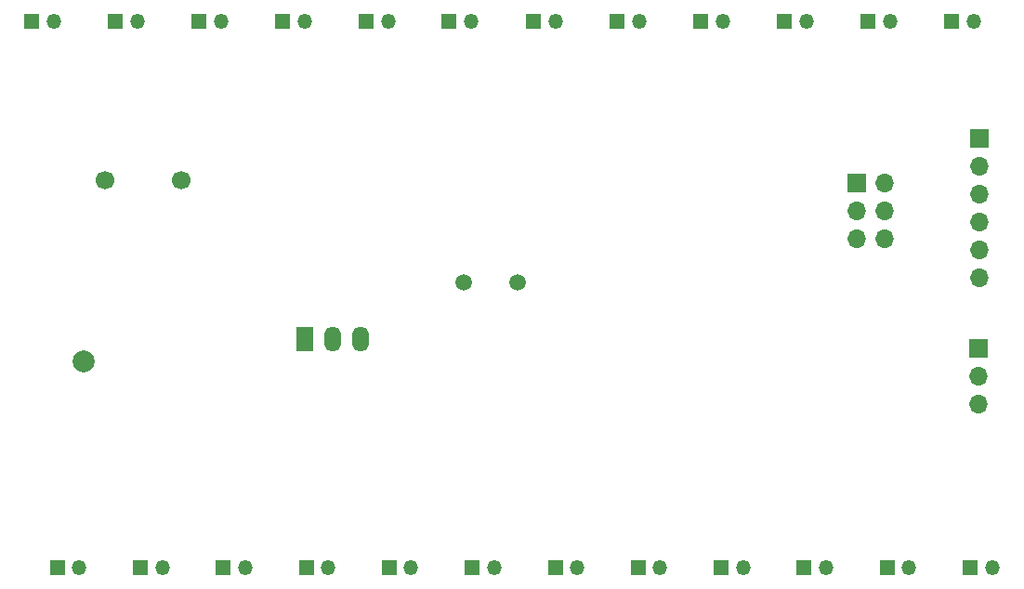
<source format=gbr>
G04 #@! TF.GenerationSoftware,KiCad,Pcbnew,5.1.5-52549c5~84~ubuntu18.04.1*
G04 #@! TF.CreationDate,2020-01-24T11:05:29-05:00*
G04 #@! TF.ProjectId,landfill_board_rev2,6c616e64-6669-46c6-9c5f-626f6172645f,rev?*
G04 #@! TF.SameCoordinates,Original*
G04 #@! TF.FileFunction,Soldermask,Bot*
G04 #@! TF.FilePolarity,Negative*
%FSLAX46Y46*%
G04 Gerber Fmt 4.6, Leading zero omitted, Abs format (unit mm)*
G04 Created by KiCad (PCBNEW 5.1.5-52549c5~84~ubuntu18.04.1) date 2020-01-24 11:05:29*
%MOMM*%
%LPD*%
G04 APERTURE LIST*
%ADD10R,1.700000X1.700000*%
%ADD11O,1.700000X1.700000*%
%ADD12R,1.350000X1.350000*%
%ADD13O,1.350000X1.350000*%
%ADD14C,2.000000*%
%ADD15R,1.500000X2.300000*%
%ADD16O,1.500000X2.300000*%
%ADD17C,1.700000*%
%ADD18C,1.500000*%
G04 APERTURE END LIST*
D10*
X137287000Y-131191000D03*
D11*
X137287000Y-133731000D03*
X137287000Y-136271000D03*
D12*
X53372000Y-151130000D03*
D13*
X55372000Y-151130000D03*
D12*
X60934272Y-151130000D03*
D13*
X62934272Y-151130000D03*
D12*
X68496544Y-151130000D03*
D13*
X70496544Y-151130000D03*
D12*
X76058816Y-151130000D03*
D13*
X78058816Y-151130000D03*
D12*
X83621088Y-151130000D03*
D13*
X85621088Y-151130000D03*
D12*
X91183360Y-151130000D03*
D13*
X93183360Y-151130000D03*
D12*
X98745632Y-151130000D03*
D13*
X100745632Y-151130000D03*
D10*
X137414000Y-112014000D03*
D11*
X137414000Y-114554000D03*
X137414000Y-117094000D03*
X137414000Y-119634000D03*
X137414000Y-122174000D03*
X137414000Y-124714000D03*
D13*
X108307904Y-151130000D03*
D12*
X106307904Y-151130000D03*
X113870176Y-151130000D03*
D13*
X115870176Y-151130000D03*
D12*
X121432448Y-151130000D03*
D13*
X123432448Y-151130000D03*
D12*
X128994720Y-151130000D03*
D13*
X130994720Y-151130000D03*
D12*
X136557000Y-151130000D03*
D13*
X138557000Y-151130000D03*
X53054000Y-101346000D03*
D12*
X51054000Y-101346000D03*
D13*
X60674000Y-101346000D03*
D12*
X58674000Y-101346000D03*
D13*
X68294000Y-101346000D03*
D12*
X66294000Y-101346000D03*
D13*
X75914000Y-101346000D03*
D12*
X73914000Y-101346000D03*
D13*
X83534000Y-101346000D03*
D12*
X81534000Y-101346000D03*
X89059000Y-101346000D03*
D13*
X91059000Y-101346000D03*
X98774000Y-101346000D03*
D12*
X96774000Y-101346000D03*
D13*
X106394000Y-101346000D03*
D12*
X104394000Y-101346000D03*
D13*
X114014000Y-101346000D03*
D12*
X112014000Y-101346000D03*
D13*
X121634000Y-101346000D03*
D12*
X119634000Y-101346000D03*
D13*
X129254000Y-101346000D03*
D12*
X127254000Y-101346000D03*
D13*
X136874000Y-101346000D03*
D12*
X134874000Y-101346000D03*
D10*
X126238000Y-116078000D03*
D11*
X128778000Y-116078000D03*
X126238000Y-118618000D03*
X128778000Y-118618000D03*
X126238000Y-121158000D03*
X128778000Y-121158000D03*
D14*
X55738000Y-132334000D03*
D15*
X75946000Y-130302000D03*
D16*
X78486000Y-130302000D03*
X81026000Y-130302000D03*
D17*
X64698000Y-115824000D03*
X57698000Y-115824000D03*
D18*
X90424000Y-125158500D03*
X95304000Y-125158500D03*
M02*

</source>
